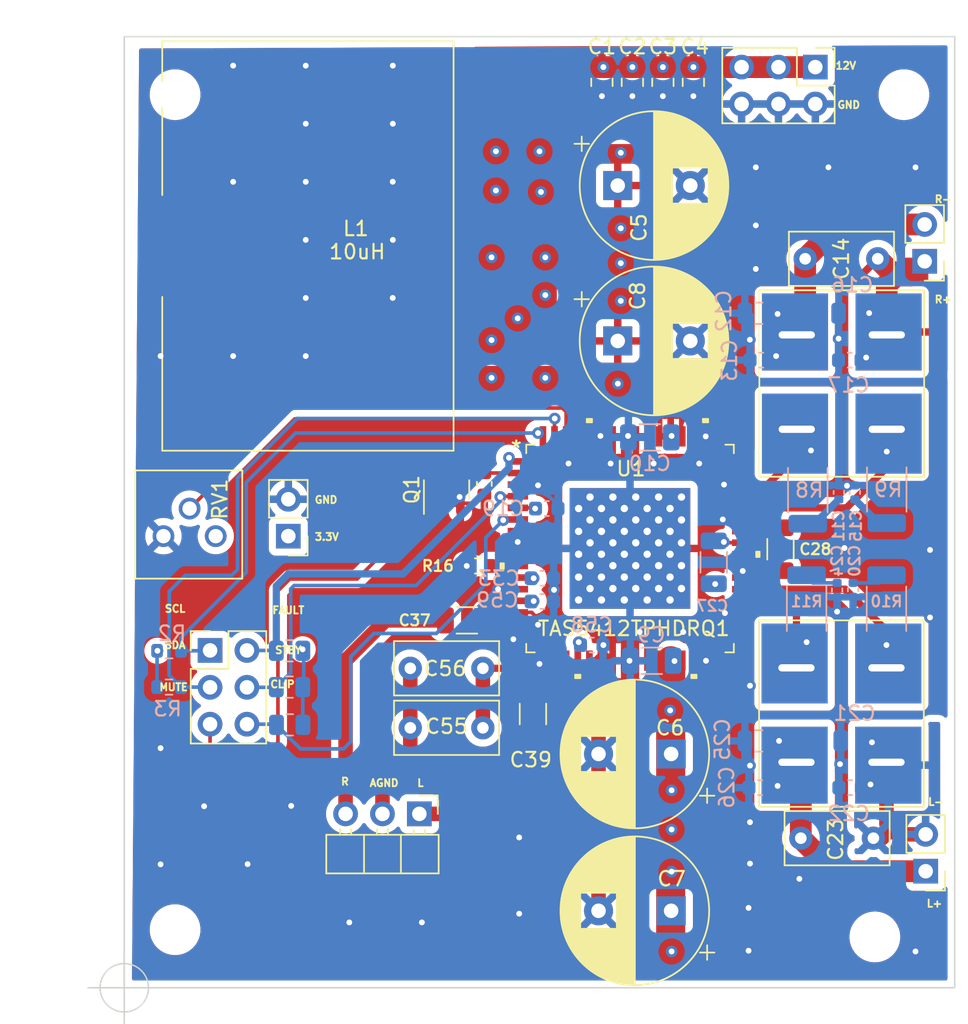
<source format=kicad_pcb>
(kicad_pcb (version 20211014) (generator pcbnew)
  (title_block (title "AudioAmp Rev1.2") (date "2022-05-23") (rev "1.2"))
  (layers (0 "F.Cu" signal) (1 "In1.Cu" power) (2 "In2.Cu" power) (31 "B.Cu" signal) (34 "B.Paste" user) (35 "F.Paste" user) (36 "B.SilkS" user "B.Silkscreen") (37 "F.SilkS" user "F.Silkscreen") (38 "B.Mask" user) (39 "F.Mask" user) (44 "Edge.Cuts" user))
  (net 0 "")
  (net 1 "I2C_ADDR")
  (net 2 "GND")
  (net 3 "Net-(C24-Pad1)")
  (net 4 "OUT2_P")
  (net 5 "OUT2_M")
  (net 6 "Net-(C20-Pad2)")
  (net 7 "Net-(C15-Pad1)")
  (net 8 "OUT1_P")
  (net 9 "OUT1_M")
  (net 10 "Net-(C11-Pad2)")
  (net 11 "CLIP_OTW")
  (net 12 "+3V3")
  (net 13 "FAULT")
  (net 14 "STANDBY")
  (net 15 "Net-(R16-Pad2)")
  (net 16 "SDA")
  (net 17 "SCL")
  (net 18 "MUTE*")
  (net 19 "MUTE")
  (net 20 "+12V")
  (net 21 "PVDD")
  (net 22 "R_o-")
  (net 23 "R_o+")
  (net 24 "L_o-")
  (net 25 "L_o+")
  (net 26 "Net-(C19-Pad1)")
  (net 27 "Net-(C33-Pad1)")
  (net 28 "Net-(C59-Pad1)")
  (net 29 "IN1_P")
  (net 30 "IN_M")
  (net 31 "IN2_P")
  (net 32 "Net-(C58-Pad2)")
  (net 35 "CP_BOT")
  (net 36 "CP")
  (net 37 "CPC_TOP")
  (net 41 "R")
  (net 42 "AudioGND")
  (net 43 "L")
  (footprint "Capacitor_THT:C_Rect_L7.0mm_W3.5mm_P5.00mm" (layer "F.Cu") (at 143.4 82.3)
    (fp_text reference "C14")
    (fp_text value ".47uF" hide)
  )
  (footprint "Resistor_SMD:R_0603_1608Metric" (layer "F.Cu") (at 120.888917 103.452499)
    (fp_text reference "R16")
    (fp_text value "20k" hide)
  )
  (footprint "Capacitor_THT:C_Rect_L7.0mm_W3.5mm_P5.00mm" (layer "F.Cu") (at 116.2 114.6)
    (fp_text reference "C55")
    (fp_text value ".47uF" hide)
  )
  (footprint "Capacitor_THT:CP_Radial_D10.0mm_P5.00mm" (layer "F.Cu") (at 134.167677 127.2 180)
    (fp_text reference "C7")
    (fp_text value "330uF" hide)
  )
  (footprint "Inductor_Coilcraft:JA4575-AL" (layer "F.Cu") (at 145.92 90.79 90)
    (fp_text reference "L2" hide)
    (fp_text value "10uH" hide)
  )
  (footprint "Connector_PinHeader_2.54mm:PinHeader_1x02_P2.54mm_Vertical" (layer "F.Cu") (at 151.63 82.475 180)
    (fp_text reference "J5" hide)
    (fp_text value "Rspkr_o")
  )
  (footprint "Capacitor_THT:CP_Radial_D10.0mm_P5.00mm" (layer "F.Cu") (at 130.489223 87.957)
    (fp_text reference "C8")
    (fp_text value "330uF" hide)
  )
  (footprint "Custom:SOT-23" (layer "F.Cu") (at 118.7 98.2 90)
    (fp_text reference "Q1")
    (fp_text value "q")
  )
  (footprint "Connector_PinHeader_2.54mm:PinHeader_2x03_P2.54mm_Vertical" (layer "F.Cu") (at 144.1 69.1 -90)
    (fp_text reference "J2" hide)
    (fp_text value "PWR")
  )
  (footprint "Connector_PinHeader_2.54mm:PinHeader_1x02_P2.54mm_Vertical" (layer "F.Cu") (at 151.7 124.475 180)
    (fp_text reference "J6" hide)
    (fp_text value "Lspkr_o")
  )
  (footprint "Imported:TAS5412TPHDRQ1" (layer "F.Cu") (at 131.337 102.2525)
    (fp_text reference "U1")
    (fp_text value "TAS5412TPHDRQ1")
  )
  (footprint "Capacitor_SMD:C_1206_3216Metric" (layer "F.Cu") (at 124.65 113.65 90)
    (fp_text reference "C39")
    (fp_text value ".47uF" hide)
  )
  (footprint "Capacitor_SMD:C_1206_3216Metric" (layer "F.Cu") (at 120.1 107.2)
    (fp_text reference "C37")
    (fp_text value ".47uF" hide)
  )
  (footprint "Custom:PinHeader_1x03_P2.54mm_Horizontal" (layer "F.Cu") (at 116.825 120.525 -90)
    (fp_text reference "J3" hide)
    (fp_text value "AudioIn")
  )
  (footprint "Connector_PinHeader_2.54mm:PinHeader_1x02_P2.54mm_Vertical" (layer "F.Cu") (at 107.8 101.4 180)
    (fp_text reference "J4" hide)
    (fp_text value "PULLUP_SRC")
  )
  (footprint "Capacitor_THT:C_Rect_L7.0mm_W3.5mm_P5.00mm" (layer "F.Cu") (at 148.1 122.2 180)
    (fp_text reference "C23")
    (fp_text value ".47uF" hide)
  )
  (footprint "MountingHole:MountingHole_2.5mm" (layer "F.Cu") (at 148.2 129)
    (fp_text reference "H3" hide)
    (fp_text value "MountingHole" hide)
  )
  (footprint "Capacitor_SMD:C_1206_3216Metric" (layer "F.Cu") (at 141.7 102.3 -90)
    (fp_text reference "C28")
    (fp_text value "1uF")
  )
  (footprint "Capacitor_SMD:C_0805_2012Metric" (layer "F.Cu") (at 129.4 70.15 -90)
    (fp_text reference "C1")
    (fp_text value "4.7uF" hide)
  )
  (footprint "Capacitor_THT:CP_Radial_D10.0mm_P5.00mm" (layer "F.Cu") (at 134.167677 116.4 180)
    (fp_text reference "C6")
    (fp_text value "330uF" hide)
  )
  (footprint "Potentiometer_Imported:CT-6EW" (layer "F.Cu") (at 101 100.8)
    (fp_text reference "RV1")
    (fp_text value "50K pot" hide)
  )
  (footprint "Capacitor_THT:CP_Radial_D10.0mm_P5.00mm" (layer "F.Cu") (at 130.489223 77.257)
    (fp_text reference "C5")
    (fp_text value "330uF" hide)
  )
  (footprint "Capacitor_THT:C_Rect_L7.0mm_W3.5mm_P5.00mm" (layer "F.Cu") (at 116.2 110.5)
    (fp_text reference "C56")
    (fp_text value ".47uF" hide)
  )
  (footprint "Capacitor_SMD:C_0805_2012Metric" (layer "F.Cu") (at 131.5 70.15 -90)
    (fp_text reference "C2")
    (fp_text value "4.7uF" hide)
  )
  (footprint "MountingHole:MountingHole_2.5mm" (layer "F.Cu") (at 100 71)
    (fp_text reference "H2" hide)
    (fp_text value "MountingHole" hide)
  )
  (footprint "MountingHole:MountingHole_2.5mm" (layer "F.Cu") (at 150.2 71)
    (fp_text reference "H1" hide)
    (fp_text value "MountingHole" hide)
  )
  (footprint "Connector_PinHeader_2.54mm:PinHeader_2x03_P2.54mm_Vertical" (layer "F.Cu") (at 102.41 109.27)
    (fp_text reference "J1" hide)
    (fp_text value "Ctrl_pins")
  )
  (footprint "Inductor_Coilcraft:SER2918H-103KL" (layer "F.Cu") (at 109.149 81.42 90)
    (fp_text reference "L1")
    (fp_text value "10uH")
  )
  (footprint "Capacitor_SMD:C_0603_1608Metric" (layer "F.Cu") (at 121.3 97.8 -90)
    (fp_text reference "C18" hide)
    (fp_text value "220nF" hide)
  )
  (footprint "MountingHole:MountingHole_2.5mm" (layer "F.Cu") (at 100 128.5)
    (fp_text reference "H4" hide)
    (fp_text value "MountingHole" hide)
  )
  (footprint "Inductor_Coilcraft:JA4575-AL" (layer "F.Cu") (at 145.9 113.72 -90)
    (fp_text reference "L3" hide)
    (fp_text value "10uH" hide)
  )
  (footprint "Capacitor_SMD:C_0805_2012Metric" (layer "F.Cu") (at 133.6 70.15 -90)
    (fp_text reference "C3")
    (fp_text value "82nF" hide)
  )
  (footprint "Capacitor_SMD:C_0805_2012Metric" (layer "F.Cu") (at 135.7 70.15 -90)
    (fp_text reference "C4")
    (fp_text value "2.2nF" hide)
  )
  (footprint "Capacitor_SMD:C_0805_2012Metric" (layer "B.Cu") (at 140.2 115.5 180)
    (fp_text reference "C25")
    (fp_text value "470nF")
  )
  (footprint "Capacitor_SMD:C_0603_1608Metric" (layer "B.Cu") (at 140.3 118.72 180)
    (fp_text reference "C26")
    (fp_text value "10nF")
  )
  (footprint "Capacitor_SMD:C_0805_2012Metric" (layer "B.Cu") (at 146.8 115.48)
    (fp_text reference "C21")
    (fp_text value "470nF")
  )
  (footprint "Resistor_SMD:R_2010_5025Metric" (layer "B.Cu") (at 149 106.4 90)
    (fp_text reference "R10")
    (fp_text value "5.6")
  )
  (footprint "Capacitor_SMD:C_1206_3216Metric" (layer "B.Cu") (at 132.7 94.6 180)
    (fp_text reference "C10")
    (fp_text value "1uF" hide)
  )
  (footprint "Resistor_SMD:R_0603_1608Metric" (layer "B.Cu") (at 99.585 111.795 180)
    (fp_text reference "R3")
    (fp_text value "4.7K")
  )
  (footprint "Capacitor_SMD:C_0402_1005Metric" (layer "B.Cu") (at 146.7 105.1 90)
    (fp_text reference "C20")
    (fp_text value "1nF")
  )
  (footprint "Resistor_SMD:R_0805_2012Metric" (layer "B.Cu") (at 107.885 109.295)
    (fp_text reference "R5" hide)
    (fp_text value "49.9K")
  )
  (footprint "Capacitor_SMD:C_0603_1608Metric" (layer "B.Cu") (at 128.7 108.9 180)
    (fp_text reference "C58")
    (fp_text value "100nF" hide)
  )
  (footprint "Capacitor_SMD:C_1206_3216Metric" (layer "B.Cu") (at 137.1 103.2 90)
    (fp_text reference "C27")
    (fp_text value "1uF")
  )
  (footprint "Resistor_SMD:R_2010_5025Metric" (layer "B.Cu") (at 149.02 98.19 90)
    (fp_text reference "R9")
    (fp_text value "5.6")
  )
  (footprint "Capacitor_SMD:C_0603_1608Metric" (layer "B.Cu") (at 140.375 89.28)
    (fp_text reference "C13")
    (fp_text value "10nF")
  )
  (footprint "Resistor_SMD:R_0805_2012Metric" (layer "B.Cu") (at 107.8975 114.395)
    (fp_text reference "R7" hide)
    (fp_text value "49.9K")
  )
  (footprint "Capacitor_SMD:C_1206_3216Metric" (layer "B.Cu") (at 132.83 109.982752 180)
    (fp_text reference "C9")
    (fp_text value "1uF")
  )
  (footprint "Capacitor_SMD:C_0603_1608Metric" (layer "B.Cu") (at 146.475 89.28 180)
    (fp_text reference "C17")
    (fp_text value "10nF")
  )
  (footprint "Capacitor_SMD:C_0805_2012Metric" (layer "B.Cu") (at 146.65 86.05 180)
    (fp_text reference "C16")
    (fp_text value "470nF")
  )
  (footprint "Resistor_SMD:R_0805_2012Metric" (layer "B.Cu") (at 107.885 111.795)
    (fp_text reference "R6" hide)
    (fp_text value "49.9K")
  )
  (footprint "Capacitor_SMD:C_0603_1608Metric" (layer "B.Cu") (at 146.5 118.72)
    (fp_text reference "C22")
    (fp_text value "10nF")
  )
  (footprint "Capacitor_SMD:C_0402_1005Metric" (layer "B.Cu") (at 146.82 98.39 90)
    (fp_text reference "C15")
    (fp_text value "1nF")
  )
  (footprint "Capacitor_SMD:C_0603_1608Metric" (layer "B.Cu") (at 125.3 105.9)
    (fp_text reference "C59")
    (fp_text value "100nF" hide)
  )
  (footprint "Capacitor_SMD:C_0603_1608Metric" (layer "B.Cu") (at 125.6 99.5)
    (fp_text reference "C19")
    (fp_text value "100nF" hide)
  )
  (footprint "Capacitor_SMD:C_0402_1005Metric" (layer "B.Cu") (at 145.6 105.1 -90)
    (fp_text reference "C24")
    (fp_text value "1nF")
  )
  (footprint "Capacitor_SMD:C_0805_2012Metric" (layer "B.Cu") (at 140.2 86.05)
    (fp_text reference "C12")
    (fp_text value "470nF")
  )
  (footprint "Resistor_SMD:R_2010_5025Metric" (layer "B.Cu") (at 143.58 98.23 -90)
    (fp_text reference "R8")
    (fp_text value "5.6")
  )
  (footprint "Resistor_SMD:R_0603_1608Metric" (layer "B.Cu") (at 99.585 109.295 180)
    (fp_text reference "R2")
    (fp_text value "4.7K")
  )
  (footprint "Resistor_SMD:R_2010_5025Metric" (layer "B.Cu") (at 143.5 106.4 -90)
    (fp_text reference "R11")
    (fp_text value "5.6")
  )
  (footprint "Capacitor_SMD:C_0603_1608Metric" (layer "B.Cu") (at 125.3 104.3)
    (fp_text reference "C33")
    (fp_text value "100nF" hide)
  )
  (footprint "Capacitor_SMD:C_0402_1005Metric" (layer "B.Cu") (at 145.72 98.39 -90)
    (fp_text reference "C11")
    (fp_text value "1nF")
  )
  (gr_rect (start 96.5 67) (end 153.7 132.5) (layer "Edge.Cuts") (width 0.1) (fill none))
  (gr_text "FAULT" (at 107.8 106.5) (layer "F.SilkS") (effects (font (size 0.5 0.5) (thickness 0.125))))
  (gr_text "SCL" (at 100 106.4) (layer "F.SilkS") (effects (font (size 0.5 0.5) (thickness 0.125))))
  (gr_text "GND" (at 146.4 71.7) (layer "F.SilkS") (effects (font (size 0.5 0.5) (thickness 0.125))))
  (gr_text "L" (at 116.9 118.4) (layer "F.SilkS") (effects (font (size 0.5 0.5) (thickness 0.125))))
  (gr_text "3.3V" (at 110.45 101.45) (layer "F.SilkS") (effects (font (size 0.5 0.5) (thickness 0.125))))
  (gr_text "L+" (at 152.3 126.7) (layer "F.SilkS") (effects (font (size 0.5 0.5) (thickness 0.125))))
  (gr_text "GND" (at 110.4 98.9) (layer "F.SilkS") (effects (font (size 0.5 0.5) (thickness 0.125))))
  (gr_text "STBY" (at 107.8 109.25) (layer "F.SilkS") (effects (font (size 0.5 0.5) (thickness 0.125))))
  (gr_text "CLIP" (at 107.4 111.6) (layer "F.SilkS") (effects (font (size 0.5 0.5) (thickness 0.125))))
  (gr_text "R" (at 111.7 118.3) (layer "F.SilkS") (effects (font (size 0.5 0.5) (thickness 0.125))))
  (gr_text "R-" (at 152.9 78.2) (layer "F.SilkS") (effects (font (size 0.5 0.5) (thickness 0.125))))
  (gr_text "SDA" (at 100 108.9) (layer "F.SilkS") (effects (font (size 0.5 0.5) (thickness 0.125))))
  (gr_text "R+" (at 152.9 85.1) (layer "F.SilkS") (effects (font (size 0.5 0.5) (thickness 0.125))))
  (gr_text "12V" (at 146.2 69) (layer "F.SilkS") (effects (font (size 0.5 0.5) (thickness 0.125))))
  (gr_text "AGND" (at 114.4 118.4) (layer "F.SilkS") (effects (font (size 0.5 0.5) (thickness 0.125))))
  (gr_text "L-" (at 152.4 119.7) (layer "F.SilkS") (effects (font (size 0.5 0.5) (thickness 0.125))))
  (gr_text "MUTE" (at 99.9 111.8) (layer "F.SilkS") (effects (font (size 0.5 0.5) (thickness 0.125))))
  (target plus (at 96.5 132.5) (size 5) (width 0.1) (layer "Edge.Cuts"))
  (segment (start 126.675489 92.575489) (end 107.924511 92.575489) (width 0.25) (layer "F.Cu") (net 1))
  (segment (start 126.937001 94.527352) (end 126.937001 92.837001) (width 0.25) (layer "F.Cu") (net 1))
  (segment (start 107.924511 92.575489) (end 101 99.5) (width 0.25) (layer "F.Cu") (net 1))
  (segment (start 126.937001 92.837001) (end 126.675489 92.575489) (width 0.25) (layer "F.Cu") (net 1))
  (segment (start 125.337002 109.977648) (end 125.322352 109.977648) (width 0.25) (layer "F.Cu") (net 2))
  (segment (start 123.611852 106.652499) (end 124.563901 106.652499) (width 0.25) (layer "F.Cu") (net 2))
  (segment (start 137.920377 106.652499) (end 137.872876 106.7) (width 0.25) (layer "F.Cu") (net 2))
  (segment (start 120.7375 99.1375) (end 121.3 98.575) (width 0.25) (layer "F.Cu") (net 2))
  (segment (start 139.057956 100.248307) (end 139.062148 100.252499) (width 0.25) (layer "F.Cu") (net 2))
  (segment (start 139.062148 103.4525) (end 139.062148 104.252499) (width 0.5) (layer "F.Cu") (net 2))
  (segment (start 129.5 109.814649) (end 129.337001 109.977648) (width 1) (layer "F.Cu") (net 2))
  (segment (start 129 100.7) (end 127.919751 100.7) (width 0.25) (layer "F.Cu") (net 2))
  (segment (start 129.167677 116.4) (end 129.167677 127.2) (width 1) (layer "F.Cu") (net 2))
  (segment (start 137.725563 100.248307) (end 139.057956 100.248307) (width 0.25) (layer "F.Cu") (net 2))
  (segment (start 124.563901 106.652499) (end 125 107.088598) (width 0.25) (layer "F.Cu") (net 2))
  (segment (start 137.81 97.85) (end 139.059647 97.85) (width 0.25) (layer "F.Cu") (net 2))
  (segment (start 129.167677 116.4) (end 129.167677 110.146972) (width 1) (layer "F.Cu") (net 2))
  (segment (start 129.167677 110.146972) (end 129.337001 109.977648) (width 1) (layer "F.Cu") (net 2))
  (segment (start 122.246276 105.052499) (end 122.244742 105.050965) (width 0.25) (layer "F.Cu") (net 2))
  (segment (start 127.919751 100.7) (end 127.911852 100.692101) (width 0.25) (layer "F.Cu") (net 2))
  (segment (start 129.5 108.9) (end 129.5 109.814649) (width 0.5) (layer "F.Cu") (net 2))
  (segment (start 123.611852 102.7) (end 123.611852 101.100001) (width 0.25) (layer "F.Cu") (net 2))
  (segment (start 139.059647 97.85) (end 139.062148 97.852501) (width 0.25) (layer "F.Cu") (net 2))
  (segment (start 123.611852 108.252498) (end 123.611852 108.288148) (width 0.25) (layer "F.Cu") (net 2))
  (segment (start 123.611852 105.052499) (end 122.246276 105.052499) (width 0.25) (layer "F.Cu") (net 2))
  (segment (start 124.952501 97.852501) (end 125 97.9) (width 0.25) (layer "F.Cu") (net 2))
  (segment (start 123.611852 97.852501) (end 124.952501 97.852501) (width 0.25) (layer "F.Cu") (net 2))
  (segment (start 125 107.088598) (end 125 107.5) (width 0.25) (layer "F.Cu") (net 2))
  (segment (start 128.537001 109.977648) (end 132.537 109.977648) (width 0.5) (layer "F.Cu") (net 2))
  (segment (start 139.062148 106.652499) (end 137.920377 106.652499) (width 0.25) (layer "F.Cu") (net 2))
  (segment (start 128.537001 94.5) (end 132.537 94.5) (width 0.25) (layer "F.Cu") (net 2))
  (segment (start 135.736999 94.527352) (end 137.336998 94.527352) (width 0.25) (layer "F.Cu") (net 2))
  (segment (start 119.65 99.1375) (end 120.7375 99.1375) (width 0.25) (layer "F.Cu") (net 2))
  (segment (start 135.736999 110) (end 137.336998 110) (width 0.5) (layer "F.Cu") (net 2))
  (segment (start 125.322352 109.977648) (end 125.1 110.2) (width 0.25) (layer "F.Cu") (net 2))
  (via (at 137.725563 100.248307) (size 0.8) (drill 0.4) (layers "F.Cu" "B.Cu") (net 2))
  (via (at 152 107) (size 0.8) (drill 0.4) (layers "F.Cu" "B.Cu") (net 2))
  (via (at 145.8 117.1) (size 0.8) (drill 0.4) (layers "F.Cu" "B.Cu") (net 2))
  (via (at 139.6 121.1) (size 0.8) (drill 0.4) (layers "F.Cu" "B.Cu") (net 2))
  (via (at 136.1 96.4) (size 0.8) (drill 0.4) (layers "F.Cu" "B.Cu") (net 2))
  (via (at 139.5 129.95) (size 0.8) (drill 0.4) (layers "F.Cu" "B.Cu") (net 2))
  (via (at 137.81 97.85) (size 0.8) (drill 0.4) (layers "F.Cu" "B.Cu") (net 2))
  (via (at 137.872876 106.7) (size 0.8) (drill 0.4) (layers "F.Cu" "B.Cu") (net 2))
  (via (at 104 69) (size 0.8) (drill 0.4) (layers "F.Cu" "B.Cu") (net 2))
  (via (at 139.6 111.7) (size 0.8) (drill 0.4) (layers "F.Cu" "B.Cu") (net 2))
  (via (at 131.2 94.5) (size 0.8) (drill 0.4) (layers "F.Cu" "B.Cu") (net 2))
  (via (at 132 108) (size 0.8) (drill 0.4) (layers "F.Cu" "B.Cu") (net 2))
  (via (at 125.1 110.2) (size 0.8) (drill 0.4) (layers "F.Cu" "B.Cu") (net 2))
  (via (at 146.106227 102.215719) (size 0.8) (drill 0.4) (layers "F.Cu" "B.Cu") (net 2))
  (via (at 139.6 123.95) (size 0.8) (drill 0.4) (layers "F.Cu" "B.Cu") (net 2))
  (via (at 133.6 71.1) (size 0.8) (drill 0.4) (layers "F.Cu" "B.Cu") (net 2))
  (via (at 115 73) (size 0.8) (drill 0.4) (layers "F.Cu" "B.Cu") (net 2))
  (via (at 136.55 94.53) (size 0.8) (drill 0.4) (layers "F.Cu" "B.Cu") (net 2))
  (via (at 123.6 101.8) (size 0.8) (drill 0.4) (layers "F.Cu" "B.Cu") (net 2))
  (via (at 102 120) (size 0.8) (drill 0.4) (layers "F.Cu" "B.Cu") (net 2))
  (via (at 131.5 71.1) (size 0.8) (drill 0.4) (layers "F.Cu" "B.Cu") (net 2))
  (via (at 114.991005 76.994966) (size 0.8) (drill 0.4) (layers "F.Cu" "B.Cu") (net 2))
  (via (at 107.997294 119.975673) (size 0.8) (drill 0.4) (layers "F.Cu" "B.Cu") (net 2))
  (via (at 145 76) (size 0.8) (drill 0.4) (layers "F.Cu" "B.Cu") (net 2))
  (via (at 130 96.4) (size 0.8) (drill 0.4) (layers "F.Cu" "B.Cu") (net 2))
  (via (at 139.6 117.2) (size 0.8) (drill 0.4) (layers "F.Cu" "B.Cu") (net 2))
  (via (at 126.1 105.1) (size 0.8) (drill 0.4) (layers "F.Cu" "B.Cu") (net 2))
  (via (at 140 83) (size 0.8) (drill 0.4) (layers "F.Cu" "B.Cu") (net 2))
  (via (at 109 85) (size 0.8) (drill 0.4) (layers "F.Cu" "B.Cu") (net 2))
  (via (at 114.991005 84.9959) (size 0.8) (drill 0.4) (layers "F.Cu" "B.Cu") (net 2))
  (via (at 152 102.35) (size 0.8) (drill 0.4) (layers "F.Cu" "B.Cu") (net 2))
  (via (at 145.7 87.8) (size 0.8) (drill 0.4) (layers "F.Cu" "B.Cu") (net 2))
  (via (at 132.963557 96.4) (size 0.8) (drill 0.4) (layers "F.Cu" "B.Cu") (net 2))
  (via (at 104 77) (size 0.8) (drill 0.4) (layers "F.Cu" "B.Cu") (net 2))
  (via (at 129.3 94.5) (size 0.8) (drill 0.4) (layers "F.Cu" "B.Cu") (net 2))
  (via (at 151 130) (size 0.8) (drill 0.4) (layers "F.Cu" "B.Cu") (net 2))
  (via (at 109 73) (size 0.8) (drill 0.4) (layers "F.Cu" "B.Cu") (net 2))
  (via (at 112 128) (size 0.8) (drill 0.4) (layers "F.Cu" "B.Cu") (net 2))
  (via (at 99 89) (size 0.8) (drill 0.4) (layers "F.Cu" "B.Cu") (net 2))
  (via (at 143 125) (size 0.8) (drill 0.4) (layers "F.Cu" "B.Cu") (net 2))
  (via (at 109 81) (size 0.8) (drill 0.4) (layers "F.Cu" "B.Cu") (net 2))
  (via (at 99 116) (size 0.8) (drill 0.4) (layers "F.Cu" "B.Cu") (net 2))
  (via (at 109 89) (size 0.8) (drill 0.4) (layers "F.Cu" "B.Cu") (net 2))
  (via (at 104.996355 123.985776) (size 0.8) (drill 0.4) (layers "F.Cu" "B.Cu") (net 2))
  (via (at 109 69) (size 0.8) (drill 0.4) (layers "F.Cu" "B.Cu") (net 2))
  (via (at 139.59 87.8725) (size 0.8) (drill 0.4) (layers "F.Cu" "B.Cu") (net 2))
  (via (at 123.7 122.15) (size 0.8) (drill 0.4) (layers "F.Cu" "B.Cu") (net 2))
  (via (at 139.1 103.8) (size 0.8) (drill 0.4) (layers "F.Cu" "B.Cu") (net 2))
  (via (at 140 76) (size 0.8) (drill 0.4) (layers "F.Cu" "B.Cu") (net 2))
  (via (at 135.7 71.1) (size 0.8) (drill 0.4) (layers "F.Cu" "B.Cu") (net 2))
  (via (at 120.088917 103.452499) (size 0.8) (drill 0.4) (layers "F.Cu" "B.Cu") (net 2))
  (via (at 151 76) (size 0.8) (drill 0.4) (layers "F.Cu" "B.Cu") (net 2))
  (via (at 127.1 96.4) (size 0.8) (drill 0.4) (layers "F.Cu" "B.Cu") (net 2))
  (via (at 125 107.5) (size 0.8) (drill 0.4) (layers "F.Cu" "B.Cu") (net 2))
  (via (at 140 80) (size 0.8) (drill 0.4) (layers "F.Cu" "B.Cu") (net 2))
  (via (at 122.244742 105.050965) (size 0.8) (drill 0.4) (layers "F.Cu" "B.Cu") (net 2))
  (via (at 145.6 106.6) (size 0.8) (drill 0.4) (layers "F.Cu" "B.Cu") (net 2))
  (via (at 109 77) (size 0.8) (drill 0.4) (layers "F.Cu" "B.Cu") (net 2))
  (via (at 146.28 97.93) (size 0.8) (drill 0.4) (layers "F.Cu" "B.Cu") (net 2))
  (via (at 136.57 109.982752) (size 0.8) (drill 0.4) (layers "F.Cu" "B.Cu") (net 2))
  (via (at 129.5 108.9) (size 0.8) (drill 0.4) (layers "F.Cu" "B.Cu") (net 2))
  (via (at 119.6 98.7) (size 0.8) (drill 0.4) (layers "F.Cu" "B.Cu") (net 2))
  (via (at 123.7 127.4) (size 0.8) (drill 0.4) (layers "F.Cu" "B.Cu") (net 2))
  (via (at 139.5 127) (size 0.8) (drill 0.4) (layers "F.Cu" "B.Cu") (net 2))
  (via (at 129.4 71.1) (size 0.8) (drill 0.4) (layers "F.Cu" "B.Cu") (net 2))
  (via (at 131.3 109.982752) (size 0.8) (drill 0.4) (layers "F.Cu" "B.Cu") (net 2))
  (via (at 123.3 108.5) (size 0.8) (drill 0.4) (layers "F.Cu" "B.Cu") (net 2))
  (via (at 99 124) (size 0.8) (drill 0.4) (layers "F.Cu" "B.Cu") (net 2))
  (via (at 115 81) (size 0.8) (drill 0.4) (layers "F.Cu" "B.Cu") (net 2))
  (via (at 135 108) (size 0.8) (drill 0.4) (layers "F.Cu" "B.Cu") (net 2))
  (via (at 115 69) (size 0.8) (drill 0.4) (layers "F.Cu" "B.Cu") (net 2))
  (via (at 104 89) (size 0.8) (drill 0.4) (layers "F.Cu" "B.Cu") (net 2))
  (via (at 125 97.9) (size 0.8) (drill 0.4) (layers "F.Cu" "B.Cu") (net 2))
  (via (at 117 128) (size 0.8) (drill 0.4) (layers "F.Cu" "B.Cu") (net 2))
  (segment (start 126.375 99.275) (end 125 97.9) (width 0.25) (layer "B.Cu") (net 2))
  (segment (start 139.56 115.5) (end 139.595 115.535) (width 0.25) (layer "B.Cu") (net 2))
  (segment (start 126.375 99.5) (end 126.375 99.275) (width 0.25) (layer "B.Cu") (net 2))
  (segment (start 145.6 105.58) (end 145.6 106.6) (width 0.25) (layer "B.Cu") (net 2))
  (segment (start 145.785 118.72) (end 145.785 115.525) (width 0.25) (layer "B.Cu") (net 2))
  (segment (start 139.6 86.2125) (end 139.6 89.3875) (width 0.5) (layer "B.Cu") (net 2))
  (segment (start 145.69 86.03) (end 145.69 89.205) (width 0.5) (layer "B.Cu") (net 2))
  (segment (start 126.075 104.3) (end 126.075 105.9) (width 0.25) (layer "B.Cu") (net 2))
  (segment (start 139.25 115.5) (end 139.56 115.5) (width 0.25) (layer "B.Cu") (net 2))
  (segment (start 145.6 105.58) (end 146.7 105.58) (width 0.25) (layer "B.Cu") (net 2))
  (segment (start 139.4375 86.05) (end 139.6 86.2125) (width 0.5) (layer "B.Cu") (net 2))
  (segment (start 139.595 118.72) (end 139.595 115.535) (width 0.25) (layer "B.Cu") (net 2))
  (segment (start 139.25 86.05) (end 139.4375 86.05) (width 0.25) (layer "B.Cu") (net 2))
  (segment (start 146.82 97.91) (end 145.72 97.91) (width 0.5) (layer "B.Cu") (net 2))
  (segment (start 145.6 104.62) (end 143.9325 104.62) (width 0.25) (layer "B.Cu") (net 3))
  (segment (start 143.5 104.0875) (end 143.5 104.1875) (width 0.25) (layer "B.Cu") (net 3))
  (segment (start 143.5 104.1875) (end 143.9325 104.62) (width 0.25) (layer "B.Cu") (net 3))
  (segment (start 142.8 106.8) (end 142.8 110.47) (width 0.5) (layer "F.Cu") (net 4))
  (segment (start 139.062148 105.8525) (end 141.8525 105.8525) (width 0.5) (layer "F.Cu") (net 4))
  (segment (start 141.8525 105.8525) (end 142.8 106.8) (width 0.5) (layer "F.Cu") (net 4))
  (via (at 143.5 108.7) (size 0.8) (drill 0.4) (layers "F.Cu" "B.Cu") (net 4))
  (segment (start 139.062148 105.052499) (end 146.152499 105.052499) (width 0.5) (layer "F.Cu") (net 5))
  (segment (start 149 108.9) (end 149 110.47) (width 0.5) (layer "F.Cu") (net 5))
  (segment (start 149 107.9) (end 149 108.9) (width 0.5) (layer "F.Cu") (net 5))
  (segment (start 146.152499 105.052499) (end 149 107.9) (width 0.5) (layer "F.Cu") (net 5))
  (via (at 149 108.9) (size 0.8) (drill 0.4) (layers "F.Cu" "B.Cu") (net 5))
  (segment (start 146.7 104.62) (end 148.4675 104.62) (width 0.25) (layer "B.Cu") (net 6))
  (segment (start 148.4675 104.62) (end 149 104.0875) (width 0.25) (layer "B.Cu") (net 6))
  (segment (start 149.02 100.5025) (end 148.4525 100.5025) (width 0.25) (layer "B.Cu") (net 7))
  (segment (start 148.4525 100.5025) (end 146.82 98.87) (width 0.5) (layer "B.Cu") (net 7))
  (segment (start 149.02 96.68) (end 146.247499 99.452501) (width 0.5) (layer "F.Cu") (net 8))
  (segment (start 149.02 95.58) (end 149.02 96.68) (width 0.5) (layer "F.Cu") (net 8))
  (segment (start 149.02 94.04) (end 149.02 95.58) (width 0.5) (layer "F.Cu") (net 8))
  (segment (start 146.247499 99.452501) (end 139.062148 99.452501) (width 0.5) (layer "F.Cu") (net 8))
  (via (at 149.02 95.58) (size 0.8) (drill 0.4) (layers "F.Cu" "B.Cu") (net 8))
  (segment (start 140.014197 98.6525) (end 142.82 95.846697) (width 0.5) (layer "F.Cu") (net 9))
  (segment (start 142.82 95.846697) (end 142.82 94.04) (width 0.5) (layer "F.Cu") (net 9))
  (segment (start 139.062148 98.6525) (end 140.014197 98.6525) (width 0.5) (layer "F.Cu") (net 9))
  (via (at 143.8 95.5) (size 0.8) (drill 0.4) (layers "F.Cu" "B.Cu") (net 9))
  (segment (start 144.0475 100.5425) (end 145.72 98.87) (width 0.5) (layer "B.Cu") (net 10))
  (segment (start 143.58 100.5425) (end 144.0475 100.5425) (width 0.25) (layer "B.Cu") (net 10))
  (segment (start 123.611852 100.252499) (end 122.647501 100.252499) (width 0.25) (layer "F.Cu") (net 11))
  (segment (start 122.647501 100.252499) (end 122.6 100.3) (width 0.25) (layer "F.Cu") (net 11))
  (via (at 122.6 100.3) (size 0.8) (drill 0.4) (layers "F.Cu" "B.Cu") (net 11))
  (segment (start 112.1 115.55) (end 111.6 116.05) (width 0.25) (layer "B.Cu") (net 11))
  (segment (start 112.1 109.7) (end 112.1 115.55) (width 0.25) (layer "B.Cu") (net 11))
  (segment (start 108.64 116.05) (end 106.985 114.395) (width 0.25) (layer "B.Cu") (net 11))
  (segment (start 118 108.1) (end 113.7 108.1) (width 0.25) (layer "B.Cu") (net 11))
  (segment (start 122.6 100.3) (end 121.4 101.5) (width 0.25) (layer "B.Cu") (net 11))
  (segment (start 113.7 108.1) (end 112.1 109.7) (width 0.25) (layer "B.Cu") (net 11))
  (segment (start 111.6 116.05) (end 108.64 116.05) (width 0.25) (layer "B.Cu") (net 11))
  (segment (start 121.4 104.7) (end 118 108.1) (width 0.25) (layer "B.Cu") (net 11))
  (segment (start 121.4 101.5) (end 121.4 104.7) (width 0.25) (layer "B.Cu") (net 11))
  (segment (start 104.95 114.35) (end 106.94 114.35) (width 0.25) (layer "B.Cu") (net 11))
  (via (at 98.785 109.295) (size 0.8) (drill 0.4) (layers "F.Cu" "B.Cu") (net 12))
  (via (at 108.785 109.195) (size 0.8) (drill 0.4) (layers "F.Cu" "B.Cu") (net 12))
  (segment (start 108.7975 111.795) (end 108.7975 114.3825) (width 0.25) (layer "B.Cu") (net 12))
  (segment (start 108.86 108.895) (end 108.86 111.395) (width 0.25) (layer "B.Cu") (net 12))
  (segment (start 98.76 109.295) (end 98.76 111.795) (width 0.25) (layer "B.Cu") (net 12))
  (segment (start 108.8125 111.4875) (end 108.825 111.5) (width 0.25) (layer "B.Cu") (net 12))
  (segment (start 123.252502 96.252502) (end 123 96) (width 0.25) (layer "F.Cu") (net 13))
  (segment (start 123.611852 96.252502) (end 123.252502 96.252502) (width 0.25) (layer "F.Cu") (net 13))
  (via (at 123 96) (size 0.8) (drill 0.4) (layers "F.Cu" "B.Cu") (net 13))
  (segment (start 107.8 104) (end 115.7 104) (width 0.5) (layer "B.Cu") (net 13))
  (segment (start 104.95 109.27) (end 106.9475 109.27) (width 0.25) (layer "B.Cu") (net 13))
  (segment (start 115.7 104) (end 123 96.7) (width 0.5) (layer "B.Cu") (net 13))
  (segment (start 123 96.7) (end 123 96) (width 0.5) (layer "B.Cu") (net 13))
  (segment (start 106.9725 104.8275) (end 107.8 104) (width 0.5) (layer "B.Cu") (net 13))
  (segment (start 106.9725 109.295) (end 106.9725 104.8275) (width 0.5) (layer "B.Cu") (net 13))
  (segment (start 123.611852 98.6525) (end 122.4475 98.6525) (width 0.25) (layer "F.Cu") (net 14))
  (segment (start 122.4475 98.6525) (end 122.4 98.7) (width 0.25) (layer "F.Cu") (net 14))
  (via (at 122.4 98.7) (size 0.8) (drill 0.4) (layers "F.Cu" "B.Cu") (net 14))
  (segment (start 116.6 104.8) (end 122.4 99) (width 0.25) (layer "B.Cu") (net 14))
  (segment (start 107.96048 110.80702) (end 107.96048 105.03952) (width 0.25) (layer "B.Cu") (net 14))
  (segment (start 107.96048 105.03952) (end 108.2 104.8) (width 0.25) (layer "B.Cu") (net 14))
  (segment (start 108.2 104.8) (end 116.6 104.8) (width 0.25) (layer "B.Cu") (net 14))
  (segment (start 106.9725 111.795) (end 107.96048 110.80702) (width 0.25) (layer "B.Cu") (net 14))
  (segment (start 122.4 99) (end 122.4 98.7) (width 0.25) (layer "B.Cu") (net 14))
  (segment (start 104.95 111.81) (end 106.9575 111.81) (width 0.25) (layer "B.Cu") (net 14))
  (segment (start 123.611852 103.4525) (end 121.713917 103.452499) (width 0.25) (layer "F.Cu") (net 15))
  (segment (start 126.137 93.312055) (end 126.149055 93.3) (width 0.25) (layer "F.Cu") (net 16))
  (segment (start 126.137 94.527352) (end 126.137 93.312055) (width 0.25) (layer "F.Cu") (net 16))
  (via (at 126.149055 93.3) (size 0.8) (drill 0.4) (layers "F.Cu" "B.Cu") (net 16))
  (segment (start 99.6 108.08) (end 99.585 108.095) (width 0.25) (layer "B.Cu") (net 16))
  (segment (start 104.3 97.4) (end 104.3 103.7) (width 0.25) (layer "B.Cu") (net 16))
  (segment (start 108.4 93.3) (end 104.3 97.4) (width 0.25) (layer "B.Cu") (net 16))
  (segment (start 103.9 104.1) (end 100.7 104.1) (width 0.25) (layer "B.Cu") (net 16))
  (segment (start 126.149055 93.3) (end 108.4 93.3) (width 0.25) (layer "B.Cu") (net 16))
  (segment (start 99.585 110.97) (end 100.41 111.795) (width 0.25) (layer "B.Cu") (net 16))
  (segment (start 100.7 104.1) (end 99.6 105.2) (width 0.25) (layer "B.Cu") (net 16))
  (segment (start 100.41 111.795) (end 102.395 111.795) (width 0.25) (layer "B.Cu") (net 16))
  (segment (start 99.585 108.095) (end 99.585 110.97) (width 0.25) (layer "B.Cu") (net 16))
  (segment (start 104.3 103.7) (end 103.9 104.1) (width 0.25) (layer "B.Cu") (net 16))
  (segment (start 99.6 105.2) (end 99.6 108.08) (width 0.25) (layer "B.Cu") (net 16))
  (segment (start 125.227352 94.527352) (end 125 94.3) (width 0.25) (layer "F.Cu") (net 17))
  (segment (start 125.337002 94.527352) (end 125.227352 94.527352) (width 0.25) (layer "F.Cu") (net 17))
  (via (at 125 94.3) (size 0.8) (drill 0.4) (layers "F.Cu" "B.Cu") (net 17))
  (segment (start 104.9 103.9) (end 100.41 108.39) (width 0.25) (layer "B.Cu") (net 17))
  (segment (start 100.41 108.39) (end 100.41 109.295) (width 0.25) (layer "B.Cu") (net 17))
  (segment (start 125 94.3) (end 108.3 94.3) (width 0.25) (layer "B.Cu") (net 17))
  (segment (start 104.9 97.7) (end 104.9 103.9) (width 0.25) (layer "B.Cu") (net 17))
  (segment (start 108.3 94.3) (end 104.9 97.7) (width 0.25) (layer "B.Cu") (net 17))
  (segment (start 100.41 109.295) (end 102.385 109.295) (width 0.25) (layer "B.Cu") (net 17))
  (segment (start 123.611852 97.0525) (end 121.3275 97.0525) (width 0.25) (layer "F.Cu") (net 18))
  (segment (start 121.3 97.025) (end 118.9375 97.025) (width 0.25) (layer "F.Cu") (net 18))
  (segment (start 118.9375 97.025) (end 118.7 97.2625) (width 0.25) (layer "F.Cu") (net 18))
  (segment (start 121.3275 97.0525) (end 121.3 97.025) (width 0.25) (layer "F.Cu") (net 18))
  (segment (start 107.085 115.595) (end 107.085 105.165) (width 0.25) (layer "F.Cu") (net 19))
  (segment (start 112.5375 104.35) (end 117.75 99.1375) (width 0.25) (layer "F.Cu") (net 19))
  (segment (start 102.885 116.495) (end 106.185 116.495) (width 0.25) (layer "F.Cu") (net 19))
  (segment (start 107.085 105.165) (end 107.9 104.35) (width 0.25) (layer "F.Cu") (net 19))
  (segment (start 106.185 116.495) (end 107.085 115.595) (width 0.25) (layer "F.Cu") (net 19))
  (segment (start 102.41 116.02) (end 102.885 116.495) (width 0.25) (layer "F.Cu") (net 19))
  (segment (start 107.9 104.35) (end 112.5375 104.35) (width 0.25) (layer "F.Cu") (net 19))
  (segment (start 102.41 114.35) (end 102.41 116.02) (width 0.25) (layer "F.Cu") (net 19))
  (segment (start 123.5 76.34) (end 123.5 70.9) (width 1.5) (layer "F.Cu") (net 20))
  (segment (start 129.5 69.1) (end 131.5 69.1) (width 1.5) (layer "F.Cu") (net 20))
  (segment (start 133.6 69.1) (end 135.7 69.1) (width 1.5) (layer "F.Cu") (net 20))
  (segment (start 135.7 69.1) (end 144.1 69.1) (width 1.5) (layer "F.Cu") (net 20))
  (segment (start 125.3 69.1) (end 129.5 69.1) (width 1.5) (layer "F.Cu") (net 20))
  (segment (start 123.5 70.9) (end 125.3 69.1) (width 1.5) (layer "F.Cu") (net 20))
  (segment (start 131.5 69.1) (end 133.6 69.1) (width 1.5) (layer "F.Cu") (net 20))
  (via (at 122.1 74.9) (size 0.8) (drill 0.4) (layers "F.Cu" "B.Cu") (net 20))
  (via (at 122.1 77.6) (size 0.8) (drill 0.4) (layers "F.Cu" "B.Cu") (net 20))
  (via (at 131.5 69.1) (size 0.8) (drill 0.4) (layers "F.Cu" "B.Cu") (net 20))
  (via (at 129.5 69.1) (size 0.8) (drill 0.4) (layers "F.Cu" "B.Cu") (net 20))
  (via (at 125.1 74.9) (size 0.8) (drill 0.4) (layers "F.Cu" "B.Cu") (net 20))
  (via (at 135.7 69.1) (size 0.8) (drill 0.4) (layers "F.Cu" "B.Cu") (net 20))
  (via (at 125.2 77.7) (size 0.8) (drill 0.4) (layers "F.Cu" "B.Cu") (net 20))
  (via (at 133.6 69.1) (size 0.8) (drill 0.4) (layers "F.Cu" "B.Cu") (net 20))
  (segment (start 134.136999 129.936999) (end 134.2 130) (width 0.25) (layer "F.Cu") (net 21))
  (segment (start 133.337001 110) (end 134.937 110) (width 0.25) (layer "F.Cu") (net 21))
  (segment (start 133.336999 94.527352) (end 134.937 94.527352) (width 0.25) (layer "F.Cu") (net 21))
  (segment (start 134.136999 109.977648) (end 134.136999 129.936999) (width 2) (layer "F.Cu") (net 21))
  (via (at 137.2 104.7) (size 0.8) (drill 0.4) (layers "F.Cu" "B.Cu") (net 21))
  (via (at 123.6 86.4) (size 0.8) (drill 0.4) (layers "F.Cu" "B.Cu") (net 21))
  (via (at 130.7 85.2) (size 0.8) (drill 0.4) (layers "F.Cu" "B.Cu") (net 21))
  (via (at 125.5 90.5) (size 0.8) (drill 0.4) (layers "F.Cu" "B.Cu") (net 21))
  (via (at 130.7 82.6) (size 0.8) (drill 0.4) (layers "F.Cu" "B.Cu") (net 21))
  (via (at 134.2 121.6) (size 0.8) (drill 0.4) (layers "F.Cu" "B.Cu") (net 21))
  (via (at 134.2 94.5) (size 0.8) (drill 0.4) (layers "F.Cu" "B.Cu") (net 21))
  (via (at 121.8 90.5) (size 0.8) (drill 0.4) (layers "F.Cu" "B.Cu") (net 21))
  (via (at 121.8 87.9) (size 0.8) (drill 0.4) (layers "F.Cu" "B.Cu") (net 21))
  (via (at 125.5 84.8) (size 0.8) (drill 0.4) (layers "F.Cu" "B.Cu") (net 21))
  (via (at 125.5 82.2) (size 0.8) (drill 0.4) (layers "F.Cu" "B.Cu") (net 21))
  (via (at 134.2 124.5) (size 0.8) (drill 0.4) (layers "F.Cu" "B.Cu") (net 21))
  (via (at 134.4 110) (size 0.8) (drill 0.4) (layers "F.Cu" "B.Cu") (net 21))
  (via (at 134.1 113.4) (size 0.8) (drill 0.4) (layers "F.Cu" "B.Cu") (net 21))
  (via (at 130.5 90.9) (size 0.8) (drill 0.4) (layers "F.Cu" "B.Cu") (net 21))
  (via (at 134.2 118.9) (size 0.8) (drill 0.4) (layers "F.Cu" "B.Cu") (net 21))
  (via (at 130.7 80.2) (size 0.8) (drill 0.4) (layers "F.Cu" "B.Cu") (net 21))
  (via (at 130.7 75) (size 0.8) (drill 0.4) (layers "F.Cu" "B.Cu") (net 21))
  (via (at 121.8 82.2) (size 0.8) (drill 0.4) (layers "F.Cu" "B.Cu") (net 21))
  (via (at 134.2 130) (size 0.8) (drill 0.4) (layers "F.Cu" "B.Cu") (net 21))
  (segment (start 143.4 86.96) (end 142.82 87.54) (width 1.5) (layer "F.Cu") (net 22))
  (segment (start 143.4 82.3) (end 143.4 86.96) (width 1.5) (layer "F.Cu") (net 22))
  (segment (start 143.4 82.3) (end 145.765 79.935) (width 1.5) (layer "F.Cu") (net 22))
  (segment (start 145.765 79.935) (end 151.63 79.935) (width 1.5) (layer "F.Cu") (net 22))
  (via (at 141.5 86.1) (size 0.8) (drill 0.4) (layers "F.Cu" "B.Cu") (net 22))
  (via (at 141.4 89) (size 0.8) (drill 0.4) (layers "F.Cu" "B.Cu") (net 22))
  (segment (start 149.02 84.08) (end 149.65 83.45) (width 1.5) (layer "F.Cu") (net 23))
  (segment (start 149.65 83.45) (end 150.655 83.45) (width 1.5) (layer "F.Cu") (net 23))
  (segment (start 149.02 87.54) (end 149.02 84.08) (width 1.5) (layer "F.Cu") (net 23))
  (segment (start 149.55 83.45) (end 148.4 82.3) (width 1.5) (layer "F.Cu") (net 23))
  (segment (start 150.655 83.45) (end 151.63 82.475) (width 1.5) (layer "F.Cu") (net 23))
  (segment (start 149.65 83.45) (end 149.55 83.45) (width 1.5) (layer "F.Cu") (net 23))
  (via (at 147.6 89.1) (size 0.8) (drill 0.4) (layers "F.Cu" "B.Cu") (net 23))
  (via (at 147.807043 86.040544) (size 0.8) (drill 0.4) (layers "F.Cu" "B.Cu") (net 23))
  (segment (start 149.35 121.55) (end 149.735 121.935) (width 1) (layer "F.Cu") (net 24))
  (segment (start 149.735 121.935) (end 151.7 121.935) (width 1) (layer "F.Cu") (net 24))
  (segment (start 149 116.97) (end 149 121.2) (width 1) (layer "F.Cu") (net 24))
  (segment (start 149 121.2) (end 149.35 121.55) (width 1) (layer "F.Cu") (net 24))
  (segment (start 148.7 122.2) (end 148.1 122.2) (width 1) (layer "F.Cu") (net 24))
  (segment (start 149.35 121.55) (end 148.7 122.2) (width 1) (layer "F.Cu") (net 24))
  (via (at 148 115.6) (size 0.8) (drill 0.4) (layers "F.Cu" "B.Cu") (net 24))
  (via (at 147.9 118.5) (size 0.8) (drill 0.4) (layers "F.Cu" "B.Cu") (net 24))
  (segment (start 143.1 122.2) (end 143.1 117.27) (width 1.5) (layer "F.Cu") (net 25))
  (segment (start 145.375 124.475) (end 143.1 122.2) (width 1.5) (layer "F.Cu") (net 25))
  (segment (start 151.7 124.475) (end 145.375 124.475) (width 1.5) (layer "F.Cu") (net 25))
  (segment (start 143.1 117.27) (end 142.8 116.97) (width 1.5) (layer "F.Cu") (net 25))
  (via (at 141.5 118.6) (size 0.8) (drill 0.4) (layers "F.Cu" "B.Cu") (net 25))
  (via (at 141.6 115.5) (size 0.8) (drill 0.4) (layers "F.Cu" "B.Cu") (net 25))
  (segment (start 123.611852 99.452501) (end 124.752501 99.452501) (width 0.25) (layer "F.Cu") (net 26))
  (segment (start 124.752501 99.452501) (end 124.8 99.5) (width 0.25) (layer "F.Cu") (net 26))
  (via (at 124.8 99.5) (size 0.8) (drill 0.4) (layers "F.Cu" "B.Cu") (net 26))
  (segment (start 123.611852 104.252499) (end 124.652499 104.252499) (width 0.25) (layer "F.Cu") (net 27))
  (segment (start 124.652499 104.252499) (end 124.7 104.3) (width 0.25) (layer "F.Cu") (net 27))
  (via (at 124.7 104.3) (size 0.8) (drill 0.4) (layers "F.Cu" "B.Cu") (net 27))
  (segment (start 123.611852 105.8525) (end 124.6825 105.8525) (width 0.25) (layer "F.Cu") (net 28))
  (segment (start 124.6825 105.8525) (end 124.7 105.87) (width 0.25) (layer "F.Cu") (net 28))
  (via (at 124.7 105.87) (size 0.8) (drill 0.4) (layers "F.Cu" "B.Cu") (net 28))
  (segment (start 121.81758 107.44258) (end 123.601932 107.44258) (width 0.5) (layer "F.Cu") (net 29))
  (segment (start 121.575 107.2) (end 121.81758 107.44258) (width 0.5) (layer "F.Cu") (net 29))
  (segment (start 126 108.8) (end 125.994791 108.805209) (width 0.25) (layer "F.Cu") (net 30))
  (segment (start 126.137 108.937) (end 126 108.8) (width 0.5) (layer "F.Cu") (net 30))
  (segment (start 126.137 109.977648) (end 126.137 108.937) (width 0.5) (layer "F.Cu") (net 30))
  (segment (start 125.994791 108.805209) (end 124.794791 108.805209) (width 0.5) (layer "F.Cu") (net 30))
  (segment (start 124.794791 108.805209) (end 123.1 110.5) (width 0.5) (layer "F.Cu") (net 30))
  (segment (start 121.2 110.5) (end 121.2 114.6) (width 1) (layer "F.Cu") (net 30))
  (segment (start 123.1 110.5) (end 121.2 110.5) (width 0.5) (layer "F.Cu") (net 30))
  (segment (start 126.937001 111.262999) (end 126.025 112.175) (width 0.5) (layer "F.Cu") (net 31))
  (segment (start 126.025 112.175) (end 124.65 112.175) (width 0.5) (layer "F.Cu") (net 31))
  (segment (start 126.937001 109.977648) (end 126.937001 111.262999) (width 0.5) (layer "F.Cu") (net 31))
  (segment (start 127.737 109.977648) (end 127.737 108.763) (width 0.25) (layer "F.Cu") (net 32))
  (segment (start 127.737 108.763) (end 127.8 108.7) (width 0.25) (layer "F.Cu") (net 32))
  (via (at 127.8 108.7) (size 0.8) (drill 0.4) (layers "F.Cu" "B.Cu") (net 32))
  (segment (start 140.577499 102.652499) (end 141.7 103.775) (width 0.25) (layer "F.Cu") (net 35))
  (segment (start 139.062148 102.652499) (end 140.577499 102.652499) (width 0.25) (layer "F.Cu") (net 35))
  (segment (start 137.852501 101.852501) (end 137.8 101.8) (width 0.25) (layer "F.Cu") (net 36))
  (segment (start 139.062148 101.852501) (end 137.852501 101.852501) (width 0.25) (layer "F.Cu") (net 36))
  (via (at 137.8 101.8) (size 0.8) (drill 0.4) (layers "F.Cu" "B.Cu") (net 36))
  (segment (start 137.1 101.725) (end 137.725 101.725) (width 0.25) (layer "B.Cu") (net 36))
  (segment (start 137.725 101.725) (end 137.8 101.8) (width 0.25) (layer "B.Cu") (net 36))
  (segment (start 141.4725 101.0525) (end 141.7 100.825) (width 0.25) (layer "F.Cu") (net 37))
  (segment (start 139.062148 101.0525) (end 141.4725 101.0525) (width 0.25) (layer "F.Cu") (net 37))
  (segment (start 118.625 107.2) (end 114.5 107.2) (width 1) (layer "F.Cu") (net 41))
  (segment (start 111.745 109.955) (end 111.745 120.525) (width 1) (layer "F.Cu") (net 41))
  (segment (start 114.5 107.2) (end 111.745 109.955) (width 1) (layer "F.Cu") (net 41))
  (segment (start 116.2 110.5) (end 116.2 116.8) (width 1) (layer "F.Cu") (net 42))
  (segment (start 114.285 120.525) (end 114.285 118.715) (width 1) (layer "F.Cu") (net 42))
  (segment (start 116.2 116.8) (end 114.285 118.715) (width 1) (layer "F.Cu") (net 42))
  (segment (start 124.65 115.125) (end 124.65 116.25) (width 1) (layer "F.Cu") (net 43))
  (segment (start 120.375 120.525) (end 116.825 120.525) (width 1) (layer "F.Cu") (net 43))
  (segment (start 124.65 116.25) (end 120.375 120.525) (width 1) (layer "F.Cu") (net 43))
  (zone (net 2) (net_name "GND") (layers "F.Cu" "In1.Cu" "In2.Cu" "B.Cu") (name "GND") (connect_pads (clearance 0.5)) (min_thickness 0.254) (fill yes (thermal_gap 0.508) (thermal_bridge_width 0.508))
    (polygon (pts (xy 153.4 67.6) (xy 153.3 132.1) (xy 97.032249 132.118345) (xy 97.52432 67.817583)))
  )
  (zone (net 23) (net_name "R_o+") (layer "F.Cu") (name "R_o+") (priority 2) (connect_pads (clearance 0.5)) (min_thickness 0.254) (fill yes (thermal_gap 0.508) (thermal_bridge_width 0.508))
    (polygon (pts (xy 153.4 90.1) (xy 147.3 90.1) (xy 147.3 81.3) (xy 153.4 81.3)))
  )
  (zone (net 21) (net_name "PVDD") (layer "F.Cu") (name "PVDD") (priority 1) (connect_pads (clearance 0.75)) (min_thickness 0.254) (fill yes (thermal_gap 0.508) (thermal_bridge_width 0.508))
    (polygon (pts (xy 135.300272 113.699648) (xy 135.34597 131.368812) (xy 132.847235 131.381926) (xy 132.799046 117.6) (xy 132.8 114.6) (xy 132.8 111) (xy 135.299046 111)))
  )
  (zone (net 20) (net_name "+12V") (layer "F.Cu") (name "12V") (priority 2) (connect_pads (clearance 0.508)) (min_thickness 0.254) (fill yes (thermal_gap 0.508) (thermal_bridge_width 0.508))
    (polygon (pts (xy 127.3569 79.457) (xy 120.6569 79.457) (xy 120.6569 67.757) (xy 127.3569 67.757)))
  )
  (zone (net 21) (net_name "PVDD") (layer "F.Cu") (name "PVDD") (priority 2) (connect_pads (clearance 0.508)) (min_thickness 0.254) (fill yes (thermal_gap 0.508) (thermal_bridge_width 0.508))
    (polygon (pts (xy 133.611987 74.394018) (xy 133.720321 91.894242) (xy 129.292576 91.89232) (xy 129.200769 74.402494)))
  )
  (zone (net 20) (net_name "+12V") (layer "F.Cu") (name "12V") (priority 2) (connect_pads (clearance 0.508)) (min_thickness 0.254) (fill yes (thermal_gap 0.508) (thermal_bridge_width 0.508))
    (polygon (pts (xy 145.343253 69.913843) (xy 120.562405 69.878241) (xy 120.561674 67.7) (xy 128.011009 67.654633) (xy 145.321857 67.673792)))
  )
  (zone (net 21) (net_name "PVDD") (layer "F.Cu") (name "PVDD") (priority 2) (connect_pads (clearance 0.5)) (min_thickness 0.254) (fill yes (thermal_gap 0.508) (thermal_bridge_width 0.508))
    (polygon (pts (xy 135.2 95.2) (xy 133.1 95.2) (xy 133.1 92.8) (xy 129.3 92.8) (xy 129.3 89.9) (xy 135.2 89.9)))
  )
  (zone (net 21) (net_name "PVDD") (layer "F.Cu") (name "PVDD") (priority 2) (connect_pads (clearance 0.508)) (min_thickness 0.254) (fill yes (thermal_gap 0.508) (thermal_bridge_width 0.508))
    (polygon (pts (xy 131.8569 92.057) (xy 120.027728 92.106533) (xy 120.046817 80.04504) (xy 131.8569 79.957)))
  )
  (zone (net 24) (net_name "L_o-") (layers F&B.Cu) (name "L_o-") (priority 2) (connect_pads (clearance 0.5)) (min_thickness 0.254) (fill yes (thermal_gap 0.508) (thermal_bridge_width 0.508))
    (polygon (pts (xy 152.7 123.3) (xy 146.800012 123.3011) (xy 146.700012 114.2011) (xy 152.7 114.2)))
  )
)
</source>
